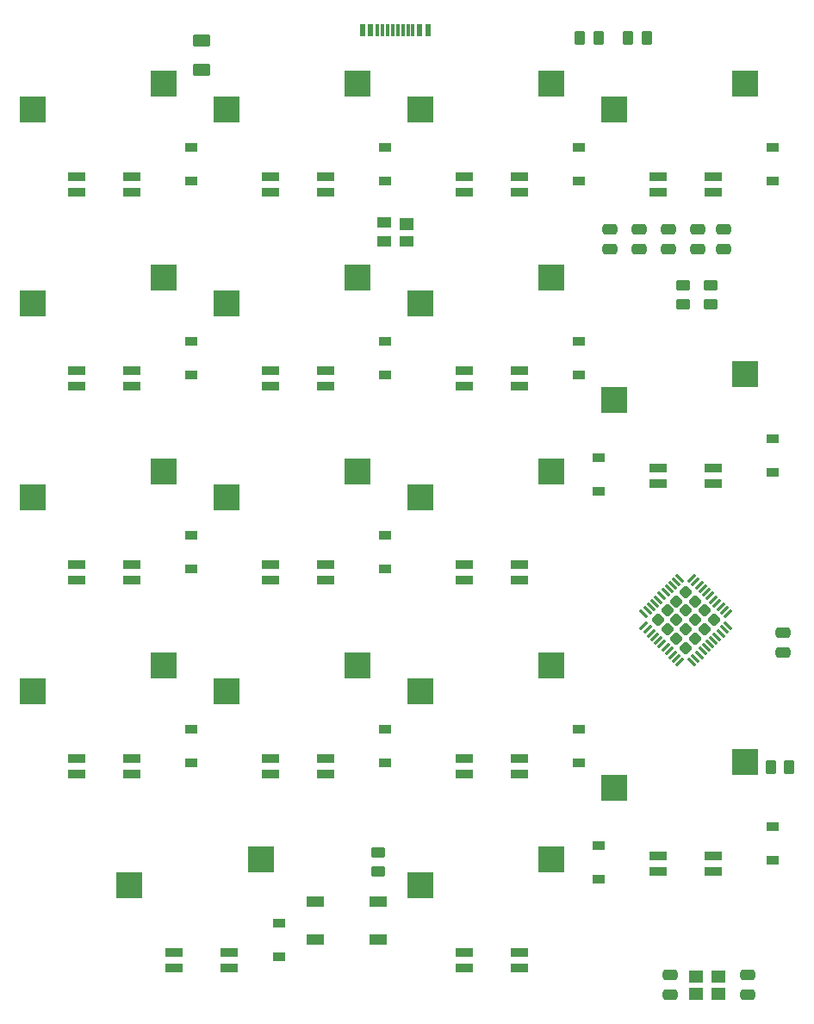
<source format=gbp>
G04 #@! TF.GenerationSoftware,KiCad,Pcbnew,(6.0.1)*
G04 #@! TF.CreationDate,2022-02-22T23:39:04+09:00*
G04 #@! TF.ProjectId,SkeletonNumPad,536b656c-6574-46f6-9e4e-756d5061642e,rev?*
G04 #@! TF.SameCoordinates,Original*
G04 #@! TF.FileFunction,Paste,Bot*
G04 #@! TF.FilePolarity,Positive*
%FSLAX46Y46*%
G04 Gerber Fmt 4.6, Leading zero omitted, Abs format (unit mm)*
G04 Created by KiCad (PCBNEW (6.0.1)) date 2022-02-22 23:39:04*
%MOMM*%
%LPD*%
G01*
G04 APERTURE LIST*
G04 Aperture macros list*
%AMRoundRect*
0 Rectangle with rounded corners*
0 $1 Rounding radius*
0 $2 $3 $4 $5 $6 $7 $8 $9 X,Y pos of 4 corners*
0 Add a 4 corners polygon primitive as box body*
4,1,4,$2,$3,$4,$5,$6,$7,$8,$9,$2,$3,0*
0 Add four circle primitives for the rounded corners*
1,1,$1+$1,$2,$3*
1,1,$1+$1,$4,$5*
1,1,$1+$1,$6,$7*
1,1,$1+$1,$8,$9*
0 Add four rect primitives between the rounded corners*
20,1,$1+$1,$2,$3,$4,$5,0*
20,1,$1+$1,$4,$5,$6,$7,0*
20,1,$1+$1,$6,$7,$8,$9,0*
20,1,$1+$1,$8,$9,$2,$3,0*%
G04 Aperture macros list end*
%ADD10R,0.600000X1.160000*%
%ADD11R,0.300000X1.160000*%
%ADD12R,1.200000X0.900000*%
%ADD13RoundRect,0.250000X-0.625000X0.375000X-0.625000X-0.375000X0.625000X-0.375000X0.625000X0.375000X0*%
%ADD14R,2.550000X2.500000*%
%ADD15R,1.700000X0.820000*%
%ADD16RoundRect,0.250000X0.475000X-0.250000X0.475000X0.250000X-0.475000X0.250000X-0.475000X-0.250000X0*%
%ADD17RoundRect,0.250000X-0.262500X-0.450000X0.262500X-0.450000X0.262500X0.450000X-0.262500X0.450000X0*%
%ADD18RoundRect,0.250000X-0.475000X0.250000X-0.475000X-0.250000X0.475000X-0.250000X0.475000X0.250000X0*%
%ADD19R,1.800000X1.100000*%
%ADD20RoundRect,0.250000X-0.450000X0.262500X-0.450000X-0.262500X0.450000X-0.262500X0.450000X0.262500X0*%
%ADD21R,1.400000X1.200000*%
%ADD22R,1.400000X1.000000*%
%ADD23RoundRect,0.250000X0.000000X-0.388909X0.388909X0.000000X0.000000X0.388909X-0.388909X0.000000X0*%
%ADD24RoundRect,0.062500X-0.291682X-0.380070X0.380070X0.291682X0.291682X0.380070X-0.380070X-0.291682X0*%
%ADD25RoundRect,0.062500X0.291682X-0.380070X0.380070X-0.291682X-0.291682X0.380070X-0.380070X0.291682X0*%
%ADD26RoundRect,0.250000X0.450000X-0.262500X0.450000X0.262500X-0.450000X0.262500X-0.450000X-0.262500X0*%
G04 APERTURE END LIST*
D10*
X130150000Y-37325000D03*
X130950000Y-37325000D03*
D11*
X132100000Y-37325000D03*
X133100000Y-37325000D03*
X133600000Y-37325000D03*
X134600000Y-37325000D03*
D10*
X135750000Y-37325000D03*
X136550000Y-37325000D03*
X136550000Y-37325000D03*
X135750000Y-37325000D03*
D11*
X135100000Y-37325000D03*
X134100000Y-37325000D03*
X132600000Y-37325000D03*
X131600000Y-37325000D03*
D10*
X130950000Y-37325000D03*
X130150000Y-37325000D03*
D12*
X151447500Y-71182500D03*
X151447500Y-67882500D03*
D13*
X114350000Y-38370000D03*
X114350000Y-41170000D03*
D14*
X135790000Y-121285000D03*
X148717000Y-118745000D03*
D12*
X132397500Y-90232500D03*
X132397500Y-86932500D03*
X151447500Y-52132500D03*
X151447500Y-48832500D03*
D15*
X107475000Y-72300000D03*
X107475000Y-70800000D03*
X102075000Y-70800000D03*
X102075000Y-72300000D03*
D12*
X121920000Y-128332500D03*
X121920000Y-125032500D03*
D16*
X163057500Y-58800000D03*
X163057500Y-56900000D03*
D17*
X156250000Y-38100000D03*
X158075000Y-38100000D03*
D18*
X160347500Y-130140000D03*
X160347500Y-132040000D03*
D12*
X113347500Y-90232500D03*
X113347500Y-86932500D03*
D15*
X111600000Y-127950000D03*
X111600000Y-129450000D03*
X117000000Y-129450000D03*
X117000000Y-127950000D03*
D12*
X132397500Y-52132500D03*
X132397500Y-48832500D03*
D15*
X140175000Y-127950000D03*
X140175000Y-129450000D03*
X145575000Y-129450000D03*
X145575000Y-127950000D03*
D14*
X97690000Y-64135000D03*
X110617000Y-61595000D03*
D17*
X170277500Y-109720000D03*
X172102500Y-109720000D03*
D14*
X116740000Y-45085000D03*
X129667000Y-42545000D03*
D12*
X132397500Y-71182500D03*
X132397500Y-67882500D03*
D17*
X151487500Y-38100000D03*
X153312500Y-38100000D03*
D15*
X140175000Y-89850000D03*
X140175000Y-91350000D03*
X145575000Y-91350000D03*
X145575000Y-89850000D03*
D12*
X113347500Y-52132500D03*
X113347500Y-48832500D03*
D15*
X102075000Y-51750000D03*
X102075000Y-53250000D03*
X107475000Y-53250000D03*
X107475000Y-51750000D03*
D19*
X125487500Y-122927500D03*
X131687500Y-122927500D03*
X131687500Y-126627500D03*
X125487500Y-126627500D03*
D14*
X154840000Y-45085000D03*
X167767000Y-42545000D03*
X116740000Y-64135000D03*
X129667000Y-61595000D03*
D16*
X157342500Y-58800000D03*
X157342500Y-56900000D03*
D15*
X140175000Y-51750000D03*
X140175000Y-53250000D03*
X145575000Y-53250000D03*
X145575000Y-51750000D03*
D14*
X135790000Y-102235000D03*
X148717000Y-99695000D03*
D20*
X164390000Y-62417500D03*
X164390000Y-64242500D03*
D15*
X159225000Y-51750000D03*
X159225000Y-53250000D03*
X164625000Y-53250000D03*
X164625000Y-51750000D03*
D12*
X170497500Y-80707500D03*
X170497500Y-77407500D03*
D15*
X164625000Y-119925000D03*
X164625000Y-118425000D03*
X159225000Y-118425000D03*
X159225000Y-119925000D03*
D12*
X113347500Y-71182500D03*
X113347500Y-67882500D03*
D14*
X154840000Y-111760000D03*
X167767000Y-109220000D03*
D12*
X153352500Y-120712500D03*
X153352500Y-117412500D03*
D14*
X116740000Y-102235000D03*
X129667000Y-99695000D03*
D12*
X170497500Y-118807500D03*
X170497500Y-115507500D03*
D16*
X171510000Y-98420000D03*
X171510000Y-96520000D03*
D21*
X134450000Y-56380000D03*
D22*
X134450000Y-58100000D03*
X132250000Y-58100000D03*
X132250000Y-56200000D03*
D14*
X97690000Y-83185000D03*
X110617000Y-80645000D03*
D16*
X165646800Y-58800000D03*
X165646800Y-56900000D03*
D14*
X135790000Y-83185000D03*
X148717000Y-80645000D03*
D15*
X145575000Y-110400000D03*
X145575000Y-108900000D03*
X140175000Y-108900000D03*
X140175000Y-110400000D03*
D14*
X97690000Y-45085000D03*
X110617000Y-42545000D03*
D23*
X161005761Y-93411522D03*
X161005761Y-95250000D03*
X161925000Y-98007716D03*
X160086522Y-94330761D03*
X164682716Y-95250000D03*
X161925000Y-96169239D03*
X161005761Y-97088478D03*
X163763478Y-94330761D03*
X159167284Y-95250000D03*
X162844239Y-95250000D03*
X161925000Y-92492284D03*
X163763478Y-96169239D03*
X161925000Y-94330761D03*
X160086522Y-96169239D03*
X162844239Y-97088478D03*
X162844239Y-93411522D03*
D24*
X161332798Y-99377736D03*
X160979245Y-99024182D03*
X160625691Y-98670629D03*
X160272138Y-98317076D03*
X159918585Y-97963522D03*
X159565031Y-97609969D03*
X159211478Y-97256415D03*
X158857924Y-96902862D03*
X158504371Y-96549309D03*
X158150818Y-96195755D03*
X157797264Y-95842202D03*
D25*
X157797264Y-94657798D03*
X158150818Y-94304245D03*
X158504371Y-93950691D03*
X158857924Y-93597138D03*
X159211478Y-93243585D03*
X159565031Y-92890031D03*
X159918585Y-92536478D03*
X160272138Y-92182924D03*
X160625691Y-91829371D03*
X160979245Y-91475818D03*
X161332798Y-91122264D03*
D24*
X162517202Y-91122264D03*
X162870755Y-91475818D03*
X163224309Y-91829371D03*
X163577862Y-92182924D03*
X163931415Y-92536478D03*
X164284969Y-92890031D03*
X164638522Y-93243585D03*
X164992076Y-93597138D03*
X165345629Y-93950691D03*
X165699182Y-94304245D03*
X166052736Y-94657798D03*
D25*
X166052736Y-95842202D03*
X165699182Y-96195755D03*
X165345629Y-96549309D03*
X164992076Y-96902862D03*
X164638522Y-97256415D03*
X164284969Y-97609969D03*
X163931415Y-97963522D03*
X163577862Y-98317076D03*
X163224309Y-98670629D03*
X162870755Y-99024182D03*
X162517202Y-99377736D03*
D12*
X113347500Y-109282500D03*
X113347500Y-105982500D03*
D16*
X167967500Y-132040000D03*
X167967500Y-130140000D03*
D14*
X154840000Y-73660000D03*
X167767000Y-71120000D03*
X116740000Y-83185000D03*
X129667000Y-80645000D03*
D12*
X170497500Y-52132500D03*
X170497500Y-48832500D03*
D16*
X154485000Y-58800000D03*
X154485000Y-56900000D03*
D12*
X151447500Y-109282500D03*
X151447500Y-105982500D03*
D15*
X102075000Y-89850000D03*
X102075000Y-91350000D03*
X107475000Y-91350000D03*
X107475000Y-89850000D03*
D14*
X135790000Y-64135000D03*
X148717000Y-61595000D03*
D21*
X165110000Y-131940000D03*
X162910000Y-131940000D03*
X162910000Y-130240000D03*
X165110000Y-130240000D03*
D15*
X126525000Y-110400000D03*
X126525000Y-108900000D03*
X121125000Y-108900000D03*
X121125000Y-110400000D03*
D12*
X132397500Y-109282500D03*
X132397500Y-105982500D03*
D15*
X164625000Y-81825000D03*
X164625000Y-80325000D03*
X159225000Y-80325000D03*
X159225000Y-81825000D03*
D12*
X153352500Y-82612500D03*
X153352500Y-79312500D03*
D16*
X160200000Y-58800000D03*
X160200000Y-56900000D03*
D14*
X107215000Y-121285000D03*
X120142000Y-118745000D03*
X97690000Y-102235000D03*
X110617000Y-99695000D03*
D15*
X121125000Y-51750000D03*
X121125000Y-53250000D03*
X126525000Y-53250000D03*
X126525000Y-51750000D03*
D26*
X131720000Y-119922500D03*
X131720000Y-118097500D03*
D20*
X161610000Y-62417500D03*
X161610000Y-64242500D03*
D15*
X126525000Y-72300000D03*
X126525000Y-70800000D03*
X121125000Y-70800000D03*
X121125000Y-72300000D03*
D14*
X135790000Y-45085000D03*
X148717000Y-42545000D03*
D15*
X107475000Y-110400000D03*
X107475000Y-108900000D03*
X102075000Y-108900000D03*
X102075000Y-110400000D03*
X121125000Y-89850000D03*
X121125000Y-91350000D03*
X126525000Y-91350000D03*
X126525000Y-89850000D03*
X145575000Y-72300000D03*
X145575000Y-70800000D03*
X140175000Y-70800000D03*
X140175000Y-72300000D03*
M02*

</source>
